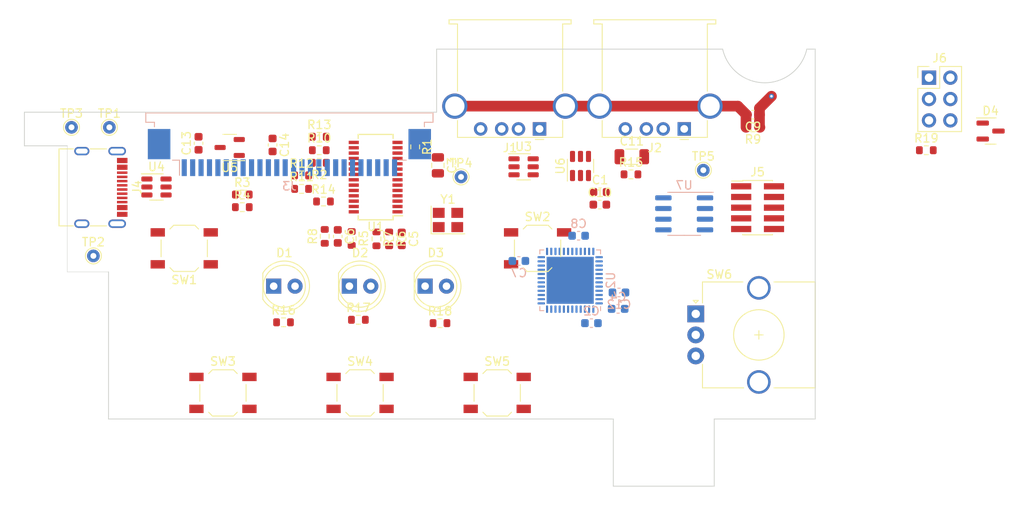
<source format=kicad_pcb>
(kicad_pcb (version 20221018) (generator pcbnew)
  (layers (0 "F.Cu" signal) (1 "In1.Cu" power) (2 "In2.Cu" power) (31 "B.Cu" signal) (34 "B.Paste" user) (35 "F.Paste" user) (36 "B.SilkS" user "B.Silkscreen") (37 "F.SilkS" user "F.Silkscreen") (38 "B.Mask" user) (39 "F.Mask" user) (44 "Edge.Cuts" user))
  (net 0 "")
  (net 1 "GND")
  (net 2 "+5V")
  (net 3 "+3V3")
  (net 4 "/usb/VD33")
  (net 5 "/keys_mcu/ENC_A")
  (net 6 "/keys_mcu/ENC_B")
  (net 7 "GNDPWR")
  (net 8 "VBUS")
  (net 9 "Net-(D1-A)")
  (net 10 "Net-(D2-A)")
  (net 11 "Net-(D3-A)")
  (net 12 "/usb/UDS1N")
  (net 13 "/usb/UDS1P")
  (net 14 "/usb/UDS2N")
  (net 15 "/usb/UDS2P")
  (net 16 "/keys_mcu/CM1")
  (net 17 "/keys_mcu/CM2")
  (net 18 "/keys_mcu/CM3")
  (net 19 "/keys_mcu/CM4")
  (net 20 "/keys_mcu/CM5")
  (net 21 "/keys_mcu/CM6")
  (net 22 "/keys_mcu/CM7")
  (net 23 "/keys_mcu/CM8")
  (net 24 "/keys_mcu/CM9")
  (net 25 "/keys_mcu/CM10")
  (net 26 "/keys_mcu/CM11")
  (net 27 "/keys_mcu/CM12")
  (net 28 "/keys_mcu/CM13")
  (net 29 "/keys_mcu/CM14")
  (net 30 "/keys_mcu/CM15")
  (net 31 "/keys_mcu/CM16")
  (net 32 "/keys_mcu/CM17")
  (net 33 "/keys_mcu/CM18")
  (net 34 "/keys_mcu/CM19")
  (net 35 "/keys_mcu/CM20")
  (net 36 "/keys_mcu/CM21")
  (net 37 "/keys_mcu/CM22")
  (net 38 "/keys_mcu/CM23")
  (net 39 "/keys_mcu/CM24")
  (net 40 "/keys_mcu/CM25")
  (net 41 "/keys_mcu/CM26")
  (net 42 "Net-(J4-CC1)")
  (net 43 "/usb/UUPP")
  (net 44 "/usb/UUPN")
  (net 46 "Net-(J4-CC2)")
  (net 48 "/keys_mcu/SWD_IO")
  (net 49 "/keys_mcu/SWD_CLK")
  (net 50 "/keys_mcu/SWO")
  (net 54 "/keys_mcu/NRST")
  (net 55 "Net-(U1-REXT)")
  (net 56 "/usb/BUSJ")
  (net 57 "Net-(R5-Pad2)")
  (net 58 "Net-(R6-Pad2)")
  (net 59 "Net-(U1-DRV)")
  (net 60 "Net-(U1-~{XRSTJ})")
  (net 61 "/usb/PWR_OC")
  (net 62 "/usb/ILIM")
  (net 63 "/keys_mcu/NUM_LOCK")
  (net 64 "/keys_mcu/CAPS_LOCK")
  (net 65 "/keys_mcu/SCROLL_LOCK")
  (net 66 "/keys_mcu/SW1")
  (net 67 "/usb/PWR_EN")
  (net 68 "Net-(U1-XOUT)")
  (net 69 "Net-(U1-XIN)")
  (net 72 "UMCU_N")
  (net 73 "UMCU_P")
  (net 79 "/keys_mcu/SW3")
  (net 80 "/keys_mcu/SW4")
  (net 81 "/keys_mcu/SW5")
  (net 82 "/keys_mcu/SW2")
  (net 87 "Net-(J6-Pin_1)")
  (net 88 "/keys_mcu/CANL")
  (net 89 "/keys_mcu/CANH")
  (net 90 "/keys_mcu/Any_thing")
  (net 91 "Net-(U7-Rs)")
  (footprint "Resistor_SMD:R_0603_1608Metric" (layer "F.Cu") (at 124.2 113.8)
    (fp_text reference "R16" (at 0 -1.43) (layer "F.SilkS"))
    (fp_text value "220")
    (pad "1" smd roundrect (at -0.825 0) (size 0.8 0.95) (layers "F.Cu" "F.Paste" "F.Mask") (net 63 "/keys_mcu/NUM_LOCK"))
    (pad "2" smd roundrect (at 0.825 0) (size 0.8 0.95) (layers "F.Cu" "F.Paste" "F.Mask") (net 9 "Net-(D1-A)"))
  )
  (footprint "Connector_PinHeader_2.54mm:PinHeader_2x03_P2.54mm_Vertical" (layer "F.Cu") (at 200.925 84.695)
    (fp_text reference "J6" (at 1.27 -2.33) (layer "F.SilkS"))
    (fp_text value "Conn_02x03_Odd_Even")
    (pad "1" thru_hole rect (at 0 0) (size 1.7 1.7) (drill 1) (layers "*.Cu" "*.Mask") (net 87 "Net-(J6-Pin_1)"))
    (pad "2" thru_hole oval (at 2.54 0) (size 1.7 1.7) (drill 1) (layers "*.Cu" "*.Mask") (net 89 "/keys_mcu/CANH"))
    (pad "3" thru_hole oval (at 0 2.54) (size 1.7 1.7) (drill 1) (layers "*.Cu" "*.Mask") (net 88 "/keys_mcu/CANL"))
    (pad "4" thru_hole oval (at 2.54 2.54) (size 1.7 1.7) (drill 1) (layers "*.Cu" "*.Mask") (net 88 "/keys_mcu/CANL"))
    (pad "5" thru_hole oval (at 0 5.08) (size 1.7 1.7) (drill 1) (layers "*.Cu" "*.Mask") (net 1 "GND"))
    (pad "6" thru_hole oval (at 2.54 5.08) (size 1.7 1.7) (drill 1) (layers "*.Cu" "*.Mask") (net 1 "GND"))
  )
  (footprint "Capacitor_SMD:C_0603_1608Metric" (layer "F.Cu") (at 122.9 92.7 -90)
    (fp_text reference "C14" (at 0 -1.43 90) (layer "F.SilkS"))
    (fp_text value "1uF")
    (pad "1" smd roundrect (at -0.775 0 270) (size 0.9 0.95) (layers "F.Cu" "F.Paste" "F.Mask") (net 3 "+3V3"))
    (pad "2" smd roundrect (at 0.775 0 270) (size 0.9 0.95) (layers "F.Cu" "F.Paste" "F.Mask") (net 1 "GND"))
  )
  (footprint "Button_Switch_SMD:SW_SPST_TL3342" (layer "F.Cu") (at 112.4 105 180)
    (fp_text reference "SW1" (at 0 -3.75) (layer "F.SilkS"))
    (fp_text value "PWR")
    (pad "1" smd rect locked (at -3.15 -1.9 180) (size 1.7 1) (layers "F.Cu" "F.Paste" "F.Mask") (net 66 "/keys_mcu/SW1"))
    (pad "1" smd rect locked (at 3.15 -1.9 180) (size 1.7 1) (layers "F.Cu" "F.Paste" "F.Mask") (net 66 "/keys_mcu/SW1"))
    (pad "2" smd rect locked (at -3.15 1.9 180) (size 1.7 1) (layers "F.Cu" "F.Paste" "F.Mask") (net 3 "+3V3"))
    (pad "2" smd rect locked (at 3.15 1.9 180) (size 1.7 1) (layers "F.Cu" "F.Paste" "F.Mask") (net 3 "+3V3"))
  )
  (footprint "Capacitor_SMD:C_0805_2012Metric" (layer "F.Cu") (at 142.55 95.125 -90)
    (fp_text reference "C3" (at 0 -1.68 90) (layer "F.SilkS"))
    (fp_text value "10uF")
    (pad "1" smd roundrect (at -0.95 0 270) (size 1 1.45) (layers "F.Cu" "F.Paste" "F.Mask") (net 4 "/usb/VD33"))
    (pad "2" smd roundrect (at 0.95 0 270) (size 1 1.45) (layers "F.Cu" "F.Paste" "F.Mask") (net 1 "GND"))
  )
  (footprint "Resistor_SMD:R_0603_1608Metric" (layer "F.Cu") (at 136.75 103.875 -90)
    (fp_text reference "R6" (at 0 -1.43 90) (layer "F.SilkS"))
    (fp_text value "10k")
    (pad "1" smd roundrect (at -0.825 0 270) (size 0.8 0.95) (layers "F.Cu" "F.Paste" "F.Mask") (net 5 "/keys_mcu/ENC_A"))
    (pad "2" smd roundrect (at 0.825 0 270) (size 0.8 0.95) (layers "F.Cu" "F.Paste" "F.Mask") (net 58 "Net-(R6-Pad2)"))
  )
  (footprint "Resistor_SMD:R_0603_1608Metric" (layer "F.Cu") (at 129.1 103.575 90)
    (fp_text reference "R8" (at 0 -1.43 90) (layer "F.SilkS"))
    (fp_text value "10k")
    (pad "1" smd roundrect (at -0.825 0 90) (size 0.8 0.95) (layers "F.Cu" "F.Paste" "F.Mask") (net 57 "Net-(R5-Pad2)"))
    (pad "2" smd roundrect (at 0.825 0 90) (size 0.8 0.95) (layers "F.Cu" "F.Paste" "F.Mask") (net 6 "/keys_mcu/ENC_B"))
  )
  (footprint "Button_Switch_SMD:SW_SPST_TL3342" (layer "F.Cu") (at 149.6 122.2)
    (fp_text reference "SW5" (at 0 -3.75) (layer "F.SilkS"))
    (fp_text value "NEXT")
    (pad "1" smd rect locked (at -3.15 -1.9) (size 1.7 1) (layers "F.Cu" "F.Paste" "F.Mask") (net 81 "/keys_mcu/SW5"))
    (pad "1" smd rect locked (at 3.15 -1.9) (size 1.7 1) (layers "F.Cu" "F.Paste" "F.Mask") (net 81 "/keys_mcu/SW5"))
    (pad "2" smd rect locked (at -3.15 1.9) (size 1.7 1) (layers "F.Cu" "F.Paste" "F.Mask") (net 3 "+3V3"))
    (pad "2" smd rect locked (at 3.15 1.9) (size 1.7 1) (layers "F.Cu" "F.Paste" "F.Mask") (net 3 "+3V3"))
  )
  (footprint "Resistor_SMD:R_0603_1608Metric" (layer "F.Cu") (at 133.1 113.5)
    (fp_text reference "R17" (at 0 -1.43) (layer "F.SilkS"))
    (fp_text value "220")
    (pad "1" smd roundrect (at -0.825 0) (size 0.8 0.95) (layers "F.Cu" "F.Paste" "F.Mask") (net 64 "/keys_mcu/CAPS_LOCK"))
    (pad "2" smd roundrect (at 0.825 0) (size 0.8 0.95) (layers "F.Cu" "F.Paste" "F.Mask") (net 10 "Net-(D2-A)"))
  )
  (footprint "Connector_PinHeader_1.27mm:PinHeader_2x05_P1.27mm_Vertical_SMD" (layer "F.Cu") (at 180.55 100.16)
    (fp_text reference "J5" (at 0 -4.235) (layer "F.SilkS"))
    (fp_text value "Conn_ARM_JTAG_SWD_10")
    (pad "1" smd rect (at -1.95 -2.54) (size 2.4 0.74) (layers "F.Cu" "F.Paste" "F.Mask") (net 3 "+3V3"))
    (pad "2" smd rect (at 1.95 -2.54) (size 2.4 0.74) (layers "F.Cu" "F.Paste" "F.Mask") (net 48 "/keys_mcu/SWD_IO"))
    (pad "3" smd rect (at -1.95 -1.27) (size 2.4 0.74) (layers "F.Cu" "F.Paste" "F.Mask") (net 1 "GND"))
    (pad "4" smd rect (at 1.95 -1.27) (size 2.4 0.74) (layers "F.Cu" "F.Paste" "F.Mask") (net 49 "/keys_mcu/SWD_CLK"))
    (pad "5" smd rect (at -1.95 0) (size 2.4 0.74) (layers "F.Cu" "F.Paste" "F.Mask") (net 1 "GND"))
    (pad "6" smd rect (at 1.95 0) (size 2.4 0.74) (layers "F.Cu" "F.Paste" "F.Mask") (net 50 "/keys_mcu/SWO"))
    (pad "7" smd rect (at -1.95 1.27) (size 2.4 0.74) (layers "F.Cu" "F.Paste" "F.Mask"))
    (pad "8" smd rect (at 1.95 1.27) (size 2.4 0.74) (layers "F.Cu" "F.Paste" "F.Mask"))
    (pad "9" smd rect (at -1.95 2.54) (size 2.4 0.74) (layers "F.Cu" "F.Paste" "F.Mask"))
    (pad "10" smd rect (at 1.95 2.54) (size 2.4 0.74) (layers "F.Cu" "F.Paste" "F.Mask") (net 54 "/keys_mcu/NRST"))
  )
  (footprint "Crystal:Crystal_SMD_3225-4Pin_3.2x2.5mm" (layer "F.Cu") (at 143.75 101.625)
    (fp_text reference "Y1" (at 0 -2.45) (layer "F.SilkS"))
    (fp_text value "12MHz")
    (pad "1" smd rect (at -1.1 0.85) (size 1.4 1.2) (layers "F.Cu" "F.Paste" "F.Mask") (net 68 "Net-(U1-XOUT)"))
    (pad "2" smd rect (at 1.1 0.85) (size 1.4 1.2) (layers "F.Cu" "F.Paste" "F.Mask"))
    (pad "3" smd rect (at 1.1 -0.85) (size 1.4 1.2) (layers "F.Cu" "F.Paste" "F.Mask") (net 69 "Net-(U1-XIN)"))
    (pad "4" smd rect (at -1.1 -0.85) (size 1.4 1.2) (layers "F.Cu" "F.Paste" "F.Mask"))
  )
  (footprint "Button_Switch_SMD:SW_SPST_TL3342" (layer "F.Cu") (at 154.4 105)
    (fp_text reference "SW2" (at 0 -3.75) (layer "F.SilkS"))
    (fp_text value "MUTE")
    (pad "1" smd rect locked (at -3.15 -1.9) (size 1.7 1) (layers "F.Cu" "F.Paste" "F.Mask") (net 82 "/keys_mcu/SW2"))
    (pad "1" smd rect locked (at 3.15 -1.9) (size 1.7 1) (layers "F.Cu" "F.Paste" "F.Mask") (net 82 "/keys_mcu/SW2"))
    (pad "2" smd rect locked (at -3.15 1.9) (size 1.7 1) (layers "F.Cu" "F.Paste" "F.Mask") (net 3 "+3V3"))
    (pad "2" smd rect locked (at 3.15 1.9) (size 1.7 1) (layers "F.Cu" "F.Paste" "F.Mask") (net 3 "+3V3"))
  )
  (footprint "Resistor_SMD:R_0603_1608Metric" (layer "F.Cu") (at 135.25 103.875 -90)
    (fp_text reference "R7" (at 0 -1.43 90) (layer "F.SilkS"))
    (fp_text value "10k")
    (pad "1" smd roundrect (at -0.825 0 270) (size 0.8 0.95) (layers "F.Cu" "F.Paste" "F.Mask") (net 3 "+3V3"))
    (pad "2" smd roundrect (at 0.825 0 270) (size 0.8 0.95) (layers "F.Cu" "F.Paste" "F.Mask") (net 58 "Net-(R6-Pad2)"))
  )
  (footprint "TestPoint:TestPoint_THTPad_D1.5mm_Drill0.7mm" (layer "F.Cu") (at 101.6 105.9)
    (fp_text reference "TP2" (at 0 -1.648) (layer "F.SilkS"))
    (fp_text value "TestPoint")
    (pad "1" thru_hole circle (at 0 0) (size 1.5 1.5) (drill 0.7) (layers "*.Cu" "*.Mask") (net 3 "+3V3"))
  )
  (footprint "Resistor_SMD:R_0603_1608Metric" (layer "F.Cu") (at 128.45 94.825 180)
    (fp_text reference "R2" (at 0 -1.43) (layer "F.SilkS"))
    (fp_text value "10k")
    (pad "1" smd roundrect (at -0.825 0 180) (size 0.8 0.95) (layers "F.Cu" "F.Paste" "F.Mask") (net 56 "/usb/BUSJ"))
    (pad "2" smd roundrect (at 0.825 0 180) (size 0.8 0.95) (layers "F.Cu" "F.Paste" "F.Mask") (net 1 "GND"))
  )
  (footprint "Rotary_Encoder:RotaryEncoder_Alps_EC12E_Vertical_H20mm_CircularMountingHoles" (layer "F.Cu") (at 173.2 112.8)
    (fp_text reference "SW6" (at 2.8 -4.7) (layer "F.SilkS"))
    (fp_text value "Volume")
    (pad "A" thru_hole rect locked (at 0 0) (size 2 2) (drill 1) (layers "*.Cu" "*.Mask") (net 58 "Net-(R6-Pad2)"))
    (pad "B" thru_hole circle locked (at 0 5) (size 2 2) (drill 1) (layers "*.Cu" "*.Mask") (net 57 "Net-(R5-Pad2)"))
    (pad "C" thru_hole circle locked (at 0 2.5) (size 2 2) (drill 1) (layers "*.Cu" "*.Mask") (net 1 "GND"))
    (pad "MP" thru_hole circle locked (at 7.5 -3.1) (size 2.8 2.8) (drill 2.2) (layers "*.Cu" "*.Mask"))
    (pad "MP" thru_hole circle locked (at 7.5 8.1) (size 2.8 2.8) (drill 2.2) (layers "*.Cu" "*.Mask"))
  )
  (footprint "TestPoint:TestPoint_THTPad_D1.5mm_Drill0.7mm" (layer "F.Cu") (at 103.5 90.6)
    (fp_text reference "TP1" (at 0 -1.648) (layer "F.SilkS"))
    (fp_text value "TestPoint")
    (pad "1" thru_hole circle (at 0 0) (size 1.5 1.5) (drill 0.7) (layers "*.Cu" "*.Mask") (net 2 "+5V"))
  )
  (footprint "Capacitor_SMD:C_0603_1608Metric" (layer "F.Cu") (at 161.825 98.3)
    (fp_text reference "C1" (at 0 -1.43) (layer "F.SilkS"))
    (fp_text value "100nF")
    (pad "1" smd roundrect (at -0.775 0) (size 0.9 0.95) (layers "F.Cu" "F.Paste" "F.Mask") (net 1 "GND"))
    (pad "2" smd roundrect (at 0.775 0) (size 0.9 0.95) (layers "F.Cu" "F.Paste" "F.Mask") (net 2 "+5V"))
  )
  (footprint "Connector_USB:USB_C_Receptacle_G-Switch_GT-USB-7010ASV" (layer "F.Cu") (at 101.3 97.75 -90)
    (fp_text reference "J4" (at 0 -5.5 90) (layer "F.SilkS"))
    (fp_text value "USB_C_Receptacle_USB2.0")
    (pad "" np_thru_hole circle locked (at -2.89 -2.605 270) (size 0.65 0.65) (drill 0.65) (layers "*.Cu" "*.Mask"))
    (pad "" np_thru_hole circle locked (at 2.89 -2.605 270) (size 0.65 0.65) (drill 0.65) (layers "*.Cu" "*.Mask"))
    (pad "A1" smd rect locked (at -3.2 -3.725 270) (size 0.6 1.24) (layers "F.Cu" "F.Paste" "F.Mask") (net 1 "GND"))
    (pad "A4" smd rect locked (at -2.4 -3.725 270) (size 0.6 1.24) (layers "F.Cu" "F.Paste" "F.Mask") (net 2 "+5V"))
    (pad "A5" smd rect locked (at -1.25 -3.725 270) (size 0.3 1.24) (layers "F.Cu" "F.Paste" "F.Mask") (net 42 "Net-(J4-CC1)"))
    (pad "A6" smd rect locked (at -0.25 -3.725 270) (size 0.3 1.24) (layers "F.Cu" "F.Paste" "F.Mask") (net 43 "/usb/UUPP"))
    (pad "A7" smd rect locked (at 0.25 -3.725 270) (size 0.3 1.24) (layers "F.Cu" "F.Paste" "F.Mask") (net 44 "/usb/UUPN"))
    (pad "A8" smd rect locked (at 1.25 -3.725 270) (size 0.3 1.24) (layers "F.Cu" "F.Paste" "F.Mask"))
    (pad "A9" smd rect locked (at 2.4 -3.725 270) (size 0.6 1.24) (layers "F.Cu" "F.Paste" "F.Mask") (net 2 "+5V"))
    (pad "A12" smd rect locked (at 3.2 -3.725 270) (size 0.6 1.24) (layers "F.Cu" "F.Paste" "F.Mask") (net 1 "GND"))
    (pad "B1" smd rect locked (at 3.2 -3.725 270) (size 0.6 1.24) (layers "F.Cu" "F.Paste" "F.Mask") (net 1 "GND"))
    (pad "B4" smd rect locked (at 2.4 -3.725 270) (size 0.6 1.24) (layers "F.Cu" "F.Paste" "F.Mask") (net 2 "+5V"))
    (pad "B5" smd rect locked (at 1.75 -3.725 270) (size 0.3 1.24) (layers "F.Cu" "F.Paste" "F.Mask") (net 46 "Net-(J4-CC2)"))
    (pad "B6" smd rect locked (at 0.75 -3.725 270) (size 0.3 1.24) (layers "F.Cu" "F.Paste" "F.Mask") (net 43 "/usb/UUPP"))
    (pad "B7" smd rect locked (at -0.75 -3.725 270) (size 0.3 1.24) (layers "F.Cu" "F.Paste" "F.Mask") (net 44 "/usb/UUPN"))
    (pad "B8" smd rect locked (at -1.75 -3.725 270) (size 0.3 1.24) (layers "F.Cu" "F.Paste" "F.Mask"))
    (pad "B9" smd rect locked (at -2.4 -3.725 270) (size 0.6 1.24) (layers "F.Cu" "F.Paste" "F.Mask") (net 2 "+5V"))
    (pad "B12" smd rect locked (at -3.2 -3.725 270) (size 0.6 1.24) (layers "F.Cu" "F.Paste" "F.Mask") (net 1 "GND"))
    (pad "S1" thru_hole oval locked (at -4.32 -3.125 270) (size 1 2.1) (drill oval 0.6 1.7) (layers "*.Cu" "*.Mask") (net 1 "GND"))
    (pad "S1" thru_hole oval locked (at -4.32 1.075 270) (size 1 1.8) (drill oval 0.6 1.4) (layers "*.Cu" "*.Mask") (net 1 "GND"))
    (pad "S1" thru_hole oval locked (at 4.32 -3.125 270) (size 1 2.1) (drill oval 0.6 1.7) (layers "*.Cu" "*.Mask") (net 1 "GND"))
    (pad "S1" thru_hole oval locked (at 4.32 1.075 270) (size 1 1.8) (drill oval 0.6 1.4) (layers "*.Cu" "*.Mask") (net 1 "GND"))
  )
  (footprint "Resistor_SMD:R_0603_1608Metric" (layer "F.Cu") (at 126.35 96.325)
    (fp_text reference "R12" (at 0 -1.43) (layer "F.SilkS"))
    (fp_text value "10k")
    (pad "1" smd roundrect (at -0.825 0) (size 0.8 0.95) (layers "F.Cu" "F.Paste" "F.Mask") (net 2 "+5V"))
    (pad "2" smd roundrect (at 0.825 0) (size 0.8 0.95) (layers "F.Cu" "F.Paste" "F.Mask") (net 59 "Net-(U1-DRV)"))
  )
  (footprint "LED_THT:LED_D5.0mm" (layer "F.Cu") (at 123.03 109.5)
    (fp_text reference "D1" (at 1.27 -3.96) (layer "F.SilkS"))
    (fp_text value "NUM_LOCK")
    (pad "1" thru_hole rect locked (at 0 0) (size 1.8 1.8) (drill 0.9) (layers "*.Cu" "*.Mask") (net 1 "GND"))
    (pad "2" thru_hole circle locked (at 2.54 0) (size 1.8 1.8) (drill 0.9) (layers "*.Cu" "*.Mask") (net 9 "Net-(D1-A)"))
  )
  (footprint "Resistor_SMD:R_0603_1608Metric" (layer "F.Cu") (at 142.8 113.9)
    (fp_text reference "R18" (at 0 -1.43) (layer "F.SilkS"))
    (fp_text value "220")
    (pad "1" smd roundrect (at -0.825 0) (size 0.8 0.95) (layers "F.Cu" "F.Paste" "F.Mask") (net 65 "/keys_mcu/SCROLL_LOCK"))
    (pad "2" smd roundrect (at 0.825 0) (size 0.8 0.95) (layers "F.Cu" "F.Paste" "F.Mask") (net 11 "Net-(D3-A)"))
  )
  (footprint "Package_TO_SOT_SMD:SOT-23-6" (layer "F.Cu") (at 109.1 97.7)
    (fp_text reference "U4" (at 0 -2.4) (layer "F.SilkS"))
    (fp_text value "SRV05-4")
    (pad "1" smd roundrect (at -1.1375 -0.95) (size 1.325 0.6) (layers "F.Cu" "F.Paste" "F.Mask") (net 44 "/usb/UUPN"))
    (pad "2" smd roundrect (at -1.1375 0) (size 1.325 0.6) (layers "F.Cu" "F.Paste" "F.Mask") (net 1 "GND"))
    (pad "3" smd roundrect (at -1.1375 0.95) (size 1.325 0.6) (layers "F.Cu" "F.Paste" "F.Mask") (net 43 "/usb/UUPP"))
    (pad "4" smd roundrect (at 1.1375 0.95) (size 1.325 0.6) (layers "F.Cu" "F.Paste" "F.Mask"))
    (pad "5" smd roundrect (at 1.1375 0) (size 1.325 0.6) (layers "F.Cu" "F.Paste" "F.Mask") (net 2 "+5V"))
    (pad "6" smd roundrect (at 1.1375 -0.95) (size 1.325 0.6) (layers "F.Cu" "F.Paste" "F.Mask"))
  )
  (footprint "Package_TO_SOT_SMD:SOT-23" (layer "F.Cu") (at 208.245 91.045)
    (fp_text reference "D4" (at 0 -2.4) (layer "F.SilkS"))
    (fp_text value "NUP2105L")
    (pad "1" smd roundrect (at -0.9375 -0.95) (size 1.475 0.6) (layers "F.Cu" "F.Paste" "F.Mask") (net 87 "Net-(J6-Pin_1)"))
    (pad "2" smd roundrect (at -0.9375 0.95) (size 1.475 0.6) (layers "F.Cu" "F.Paste" "F.Mask") (net 88 "/keys_mcu/CANL"))
    (pad "3" smd roundrect (at 0.9375 0) (size 1.475 0.6) (layers "F.Cu" "F.Paste" "F.Mask") (net 1 "GND"))
  )
  (footprint "TestPoint:TestPoint_THTPad_D1.5mm_Drill0.7mm" (layer "F.Cu") (at 145.3 96.5)
    (fp_text reference "TP4" (at 0 -1.648) (layer "F.SilkS"))
    (fp_text value "TestPoint")
    (pad "1" thru_hole circle (at 0 0) (size 1.5 1.5) (drill 0.7) (layers "*.Cu" "*.Mask") (net 4 "/usb/VD33"))
  )
  (footprint "Resistor_SMD:R_0603_1608Metric" (layer "F.Cu") (at 128.95 99.425)
    (fp_text reference "R14" (at 0 -1.43) (layer "F.SilkS"))
    (fp_text value "10k")
    (pad "1" smd roundrect (at -0.825 0) (size 0.8 0.95) (layers "F.Cu" "F.Paste" "F.Mask") (net 3 "+3V3"))
    (pad "2" smd roundrect (at 0.825 0) (size 0.8 0.95) (layers "F.Cu" "F.Paste" "F.Mask") (net 61 "/usb/PWR_OC"))
  )
  (footprint "Connector_USB:USB_A_Stewart_SS-52100-001_Horizontal" (layer "F.Cu") (at 171.83 90.79 180)
    (fp_text reference "J2" (at 3.5 -2.26) (layer "F.SilkS"))
    (fp_text value "USB_A")
    (pad "1" thru_hole rect locked (at 0 0 180) (size 1.6 1.6) (drill 0.92) (layers "*.Cu" "*.Mask") (net 8 "VBUS"))
    (pad "2" thru_hole circle locked (at 2.5 0 180) (size 1.6 1.6) (drill 0.92) (layers "*.Cu" "*.Mask") (net 14 "/usb/UDS2N"))
    (pad "3" thru_hole circle locked (at 4.5 0 180) (size 1.6 1.6) (drill 0.92) (layers "*.Cu" "*.Mask") (net 15 "/usb/UDS2P"))
    (pad "4" thru_hole circle locked (at 7 0 180) (size 1.6 1.6) (drill 0.92) (layers "*.Cu" "*.Mask") (net 1 "GND"))
    (pad "5" thru_hole circle locked (at -3.07 2.71 180) (size 3 3) (drill 2.3) (layers "*.Cu" "*.Mask") (net 7 "GNDPWR"))
    (pad "5" thru_hole circle locked (at 10.07 2.71 180) (size 3 3) (drill 2.3) (layers "*.Cu" "*.Mask") (net 7 "GNDPWR"))
  )
  (footprint "Resistor_SMD:R_0603_1608Metric" (layer "F.Cu") (at 126.35 97.925)
    (fp_text reference "R11" (at 0 -1.43) (layer "F.SilkS"))
    (fp_text value "10k")
    (pad "1" smd roundrect (at -0.825 0) (size 0.8 0.95) (layers "F.Cu" "F.Paste" "F.Mask") (net 1 "GND"))
    (pad "2" smd roundrect (at 0.825 0) (size 0.8 0.95) (layers "F.Cu" "F.Paste" "F.Mask") (net 59 "Net-(U1-DRV)"))
  )
  (footprint "LED_THT:LED_D5.0mm" (layer "F.Cu") (at 141.03 109.5)
    (fp_text reference "D3" (at 1.27 -3.96) (layer "F.SilkS"))
    (fp_text value "SCROLL_LOCK")
    (pad "1" thru_hole rect locked (at 0 0) (size 1.8 1.8) (drill 0.9) (layers "*.Cu" "*.Mask") (net 1 "GND"))
    (pad "2" thru_hole circle locked (at 2.54 0) (size 1.8 1.8) (drill 0.9) (layers "*.Cu" "*.Mask") (net 11 "Net-(D3-A)"))
  )
  (footprint "Button_Switch_SMD:SW_SPST_TL3342" (layer "F.Cu") (at 117 122.2)
    (fp_text reference "SW3" (at 0 -3.75) (layer "F.SilkS"))
    (fp_text value "PREV")
    (pad "1" smd rect locked (at -3.15 -1.9) (size 1.7 1) (layers "F.Cu" "F.Paste" "F.Mask") (net 79 "/keys_mcu/SW3"))
    (pad "1" smd rect locked (at 3.15 -1.9) (size 1.7 1) (layers "F.Cu" "F.Paste" "F.Mask") (net 79 "/keys_mcu/SW3"))
    (pad "2" smd rect locked (at -3.15 1.9) (size 1.7 1) (layers "F.Cu" "F.Paste" "F.Mask") (net 3 "+3V3"))
    (pad "2" smd rect locked (at 3.15 1.9) (size 1.7 1) (layers "F.Cu" "F.Paste" "F.Mask") (net 3 "+3V3"))
  )
  (footprint "Resistor_SMD:R_0603_1608Metric" (layer "F.Cu") (at 200.605 93.325)
    (fp_text reference "R19" (at 0 -1.43) (layer "F.SilkS"))
    (fp_text value "10k")
    (pad "1" smd roundrect (at -0.825 0) (size 0.8 0.95) (layers "F.Cu" "F.Paste" "F.Mask") (net 90 "/keys_mcu/Any_thing"))
    (pad "2" smd roundrect (at 0.825 0) (size 0.8 0.95) (layers "F.Cu" "F.Paste" "F.Mask") (net 91 "Net-(U7-Rs)"))
  )
  (footprint "TestPoint:TestPoint_THTPad_D1.5mm_Drill0.7mm" (layer "F.Cu") (at 174.1 95.7)
    (fp_text reference "TP5" (at 0 -1.648) (layer "F.SilkS"))
    (fp_text value "TestPoint")
    (pad "1" thru_hole circle (at 0 0) (size 1.5 1.5) (drill 0.7) (layers "*.Cu" "*.Mask") (net 67 "/usb/PWR_EN"))
  )
  (footprint "Capacitor_SMD:C_0603_1608Metric" (layer "F.Cu") (at 138.25 103.875 -90)
    (fp_text reference "C5" (at 0 -1.43 90) (layer "F.SilkS"))
    (fp_text value "10nF")
    (pad "1" smd roundrect (at -0.775 0 270) (size 0.9 0.95) (layers "F.Cu" "F.Paste" "F.Mask") (net 5 "/keys_mcu/ENC_A"))
    (pad "2" smd roundrect (at 0.775 0 270) (size 0.9 0.95) (layers "F.Cu" "F.Paste" "F.Mask") (net 1 "GND"))
  )
  (footprint "Package_TO_SOT_SMD:SOT-23-6" (layer "F.Cu") (at 152.7375 95.3)
    (fp_text reference "U3" (at 0 -2.4) (layer "F.SilkS"))
    (fp_text value "SRV05-4")
    (pad "1" smd roundrect (at -1.1375 -0.95) (size 1.325 0.6) (layers "F.Cu" "F.Paste" "F.Mask") (net 13 "/usb/UDS1P"))
    (pad "2" smd roundrect (at -1.1375 0) (size 1.325 0.6) (layers "F.Cu" "F.Paste" "F.Mask") (net 1 "GND"))
    (pad "3" smd roundrect (at -1.1375 0.95) (size 1.325 0.6) (layers "F.Cu" "F.Paste" "F.Mask") (net 12 "/usb/UDS1N"))
    (pad "4" smd roundrect (at 1.1375 0.95) (size 1.325 0.6) (layers "F.Cu" "F.Paste" "F.Mask") (net 15 "/usb/UDS2P"))
    (pad "5" smd roundrect (at 1.1375 0) (size 1.325 0.6) (layers "F.Cu" "F.Paste" "F.Mask") (net 8 "VBUS"))
    (pad "6" smd roundrect (at 1.1375 -0.95) (size 1.325 0.6) (layers "F.Cu" "F.Paste" "F.Mask") (net 14 "/usb/UDS2N"))
  )
  (footprint "Resistor_SMD:R_0603_1608Metric" (layer "F.Cu") (at 180 90.6 180)
    (fp_text reference "R9" (at 0 -1.43) (layer "F.SilkS"))
    (fp_text value "330")
    (pad "1" smd roundrect (at -0.825 0 180) (size 0.8 0.95) (layers "F.Cu" "F.Paste" "F.Mask") (net 1 "GND"))
    (pad "2" smd roundrect (at 0.825 0 180) (size 0.8 0.95) (layers "F.Cu" "F.Paste" "F.Mask") (net 7 "GNDPWR"))
  )
  (footprint "Capacitor_SMD:C_0603_1608Metric" (layer "F.Cu") (at 180 89.1 180)
    (fp_text reference "C9" (at 0 -1.43) (layer "F.SilkS"))
    (fp_text value "100nF")
    (pad "1" smd roundrect (at -0.775 0 180) (size 0.9 0.95) (layers "F.Cu" "F.Paste" "F.Mask") (net 1 "GND"))
    (pad "2" smd roundrect (at 0.775 0 180) (size 0.9 0.95) (layers "F.Cu" "F.Paste" "F.Mask") (net 7 "GNDPWR"))
  )
  (footprint "Connector_USB:USB_A_Stewart_SS-52100-001_Horizontal" (layer "F.Cu") (at 154.63 90.79 180)
    (fp_text reference "J1" (at 3.5 -2.26) (layer "F.SilkS"))
    (fp_text value "USB_A")
    (pad "1" thru_hole rect locked (at 0 0 180) (size 1.6 1.6) (drill 0.92) (layers "*.Cu" "*.Mask") (net 8 "VBUS"))
    (pad "2" thru_hole circle locked (at 2.5 0 180) (size 1.6 1.6) (drill 0.92) (layers "*.Cu" "*.Mask") (net 12 "/usb/UDS1N"))
    (pad "3" thru_hole circle locked (at 4.5 0 180) (size 1.6 1.6) (drill 0.92) (layers "*.Cu" "*.Mask") (net 13 "/usb/UDS1P"))
    (pad "4" thru_hole circle locked (at 7 0 180) (size 1.6 1.6) (drill 0.92) (layers "*.Cu" "*.Mask") (net 1 "GND"))
    (pad "5" thru_hole circle locked (at -3.07 2.71 180) (size 3 3) (drill 2.3) (layers "*.Cu" "*.Mask") (net 7 "GNDPWR"))
    (pad "5" thru_hole circle locked (at 10.07 2.71 180) (size 3 3) (drill 2.3) (layers "*.Cu" "*.Mask") (net 7 "GNDPWR"))
  )
  (footprint "Resistor_SMD:R_0603_1608Metric" (layer "F.Cu") (at 132.3 103.825 -90)
    (fp_text reference "R5" (at 0 -1.43 90) (layer "F.SilkS"))
    (fp_text value "10k")
    (pad "1" smd roundrect (at -0.825 0 270) (size 0.8 0.95) (layers "F.Cu" "F.Paste" "F.Mask") (net 3 "+3V3"))
    (pad "2" smd roundrect (at 0.825 0 270) (size 0.8 0.95) (layers "F.Cu" "F.Paste" "F.Mask") (net 57 "Net-(R5-Pad2)"))
  )
  (footprint "Capacitor_SMD:C_0603_1608Metric" (layer "F.Cu") (at 130.65 103.575 -90)
    (fp_text reference "C6" (at 0 -1.43 90) (layer "F.SilkS"))
    (fp_text value "10nF")
    (pad "1" smd roundrect (at -0.775 0 270) (size 0.9 0.95) (layers "F.Cu" "F.Paste" "F.Mask") (net 6 "/keys_mcu/ENC_B"))
    (pad "2" smd roundrect (at 0.775 0 270) (size 0.9 0.95) (layers "F.Cu" "F.Paste" "F.Mask") (net 1 "GND"))
  )
  (footprint "Package_TO_SOT_SMD:SOT-23-6" (layer "F.Cu") (at 159.5 95.2 90)
    (fp_text reference "U6" (at 0 -2.4 90) (layer "F.SilkS"))
    (fp_text value "AP2552W6")
    (pad "1" smd roundrect (at -1.1375 -0.95 90) (size 1.325 0.6) (layers "F.Cu" "F.Paste" "F.Mask") (net 2 "+5V"))
    (pad "2" smd roundrect (at -1.1375 0 90) (size 1.325 0.6) (layers "F.Cu" "F.Paste" "F.Mask") (net 1 "GND"))
    (pad "3" smd roundrect (at -1.1375 0.95 90) (size 1.325 0.6) (layers "F.Cu" "F.Paste" "F.Mask") (net 67 "/usb/PWR_EN"))
    (pad "4" smd roundrect (at 1.1375 0.95 90) (size 1.325 0.6) (layers "F.Cu" "F.Paste" "F.Mask") (net 61 "/usb/PWR_OC"))
    (pad "5" smd roundrect (at 1.1375 0 90) (size 1.325 0.6) (layers "F.Cu" "F.Paste" "F.Mask") (net 62 "/usb/ILIM"))
    (pad "6" smd roundrect (at 1.1375 -0.95 90) (size 1.325 0.6) (layers "F.Cu" "F.Paste" "F.Mask") (net 8 "VBUS"))
  )
  (footprint "Package_SO:SSOP-28_3.9x9.9mm_P0.635mm" (layer "F.Cu") (at 135.15 96.525 180)
    (fp_text reference "U1" (at 0 -5.9) (layer "F.SilkS"))
    (fp_text value "FE1.1s")
    (pad "1" smd rect (at -2.6 -4.1275 180) (size 1.2 0.4) (layers "F.Cu" "F.Paste" "F.Mask") (net 1 "GND"))
    (pad "2" smd rect (at -2.6 -3.4925 180) (size 1.2 0.4) (layers "F.Cu" "F.Paste" "F.Mask") (net 68 "Net-(U1-XOUT)"))
    (pad "3" smd rect (at -2.6 -2.8575 180) (size 1.2 0.4) (layers "F.Cu" "F.Paste" "F.Mask") (net 69 "Net-(U1-XIN)"))
    (pad "4" smd rect (at -2.6 -2.2225 180) (size 1.2 0.4) (layers "F.Cu" "F.Paste" "F.Mask"))
    (pad "5" smd rect (at -2.6 -1.5875 180) (size 1.2 0.4) (layers "F.Cu" "F.Paste" "F.Mask"))
    (pad "6" smd rect (at -2.6 -0.9525 180) (size 1.2 0.4) (layers "F.Cu" "F.Paste" "F.Mask") (net 14 "/usb/UDS2N"))
    (pad "7" smd rect (at -2.6 -0.3175 180) (size 1.2 0.4) (layers "F.Cu" "F.Paste" "F.Mask") (net 15 "/usb/UDS2P"))
    (pad "8" smd rect (at -2.6 0.3175 180) (size 1.2 0.4) (layers "F.Cu" "F.Paste" "F.Mask") (net 12 "/usb/UDS1N"))
    (pad "9" smd rect (at -2.6 0.9525 180) (size 1.2 0.4) (layers "F.Cu" "F.Paste" "F.Mask") (net 13 "/usb/UDS1P"))
    (pad "10" smd rect (at -2.6 1.5875 180) (size 1.2 0.4) (layers "F.Cu" "F.Paste" "F.Mask") (net 72 "UMCU_N"))
    (pad "11" smd rect (at -2.6 2.2225 180) (size 1.2 0.4) (layers "F.Cu" "F.Paste" "F.Mask") (net 73 "UMCU_P"))
    (pad "12" smd rect (at -2.6 2.8575 180) (size 1.2 0.4) (layers "F.Cu" "F.Paste" "F.Mask"))
    (pad "13" smd rect (at -2.6 3.4925 180) (size 1.2 0.4) (layers "F.Cu" "F.Paste" "F.Mask") (net 4 "/usb/VD33"))
    (pad "14" smd rect (at -2.6 4.1275 180) (size 1.2 0.4) (layers "F.Cu" "F.Paste" "F.Mask") (net 55 "Net-(U1-REXT)"))
    (pad "15" smd rect (at 2.6 4.1275 180) (size 1.2 0.4) (layers "F.Cu" "F.Paste" "F.Mask") (net 44 "/usb/UUPN"))
    (pad "16" smd rect (at 2.6 3.4925 180) (size 1.2 0.4) (layers "F.Cu" "F.Paste" "F.Mask") (net 43 "/usb/UUPP"))
    (pad "17" smd rect (at 2.6 2.8575 180) (size 1.2 0.4) (layers "F.Cu" "F.Paste" "F.Mask") (net 60 "Net-(U1-~{XRSTJ})"))
    (pad "18" smd rect (at 2.6 2.2225 180) (size 1.2 0.4) (layers "F.Cu" "F.Paste" "F.Mask") (net 2 "+5V"))
    (pad "19" smd rect (at 2.6 1.5875 180) (size 1.2 0.4) (layers "F.Cu" "F.Paste" "F.Mask") (net 56 "/usb/BUSJ"))
    (pad "20" smd rect (at 2.6 0.9525 180) (size 1.2 0.4) (layers "F.Cu" "F.Paste" "F.Mask") (net 2 "+5V"))
    (pad "21" smd rect (at 2.6 0.3175 180) (size 1.2 0.4) (layers "F.Cu" "F.Paste" "F.Mask") (net 4 "/usb/VD33"))
    (pad "22" smd rect (at 2.6 -0.3175 180) (size 1.2 0.4) (layers "F.Cu" "F.Paste" "F.Mask") (net 59 "Net-(U1-DRV)"))
    (pad "23" smd rect (at 2.6 -0.9525 180) (size 1.2 0.4) (layers "F.Cu" "F.Paste" "F.Mask"))
    (pad "24" smd rect (at 2.6 -1.5875 180) (size 1.2 0.4) (layers "F.Cu" "F.Paste" "F.Mask"))
    (pad "25" smd rect (at 2.6 -2.2225 180) (size 1.2 0.4) (layers "F.Cu" "F.Paste" "F.Mask") (net 67 "/usb/PWR_EN"))
    (pad "26" smd rect (at 2.6 -2.8575 180) (size 1.2 0.4) (layers "F.Cu" "F.Paste" "F.Mask") (net 61 "/usb/PWR_OC"))
    (pad "27" smd rect (at 2.6 -3.4925 180) (size 1.2 0.4) (layers "F.Cu" "F.Paste" "F.Mask"))
    (pad "28" smd rect (at 2.6 -4.1275 180) (size 1.2 0.4) (layers "F.Cu" "F.Paste" "F.Mask"))
  )
  (footprint "Button_Switch_SMD:SW_SPST_TL3342" (layer "F.Cu") (at 133.3 122.2)
    (fp_text reference "SW4" (at 0 -3.75) (layer "F.SilkS"))
    (fp_text value "PLAY_PAUSE")
    (pad "1" smd rect locked (at -3.15 -1.9) (size 1.7 1) (layers "F.Cu" "F.Paste" "F.Mask") (net 80 "/keys_mcu/SW4"))
    (pad "1" smd rect locked (at 3.15 -1.9) (size 1.7 1) (layers "F.Cu" "F.Paste" "F.Mask") (net 80 "/keys_mcu/SW4"))
    (pad "2" smd rect locked (at -3.15 1.9) (size 1.7 1) (layers "F.Cu" "F.Paste" "F.Mask") (net 3 "+3V3"))
    (pad "2" smd rect locked (at 3.15 1.9) (size 1.7 1) (layers "F.Cu" "F.Paste" "F.Mask") (net 3 "+3V3"))
  )
  (footprint "TestPoint:TestPoint_THTPad_D1.5mm_Drill0.7mm" (layer "F.Cu") (at 99 90.6)
    (fp_text reference "TP3" (at 0 -1.648) (layer "F.SilkS"))
    (fp_text value "TestPoint")
    (pad "1" thru_hole circle (at 0 0) (size 1.5 1.5) (drill 0.7) (layers "*.Cu" "*.Mask") (net 1 "GND"))
  )
  (footprint "Capacitor_SMD:C_1206_3216Metric" (layer "F.Cu") (at 165.6 94.1)
    (fp_text reference "C11" (at 0 -1.85) (layer "F.SilkS"))
    (fp_text value "100uF")
    (pad "1" smd roundrect (at -1.475 0) (size 1.15 1.8) (layers "F.Cu" "F.Paste" "F.Mask") (roundrect_rratio 0.217391) (net 8 "VBUS"))
    (pad "2" smd roundrect (at 1.475 0) (size 1.15 1.8) (layers "F.Cu" "F.Paste" "F.Mask") (roundrect_rratio 0.217391) (net 1 "GND"))
  )
  (footprint "Resistor_SMD:R_0603_1608Metric" (layer "F.Cu") (at 119.3 100.1)
    (fp_text reference "R4" (at 0 -1.43) (layer "F.SilkS"))
    (fp_text value "5k1")
    (pad "1" smd roundrect (at -0.825 0) (size 0.8 0.95) (layers "F.Cu" "F.Paste" "F.Mask") (net 46 "Net-(J4-CC2)"))
    (pad "2" smd roundrect (at 0.825 0) (size 0.8 0.95) (layers "F.Cu" "F.Paste" "F.Mask") (net 1 "GND"))
  )
  (footprint "Package_TO_SOT_SMD:SOT-23-3" (layer "F.Cu") (at 117.8 93 180)
    (fp_text reference "U5" (at 0 -2.4) (layer "F.SilkS"))
    (fp_text value "XC6206PxxxMR")
    (pad "1" smd roundrect (at -1.1375 -0.95 180) (size 1.325 0.6) (layers "F.Cu" "F.Paste" "F.Mask") (net 1 "GND"))
    (pad "2" smd roundrect (at -1.1375 0.95 180) (size 1.325 0.6) (layers "F.Cu" "F.Paste" "F.Mask") (net 3 "+3V3"))
    (pad "3" smd roundrect (at 1.1375 0 180) (size 1.325 0.6) (layers "F.Cu" "F.Paste" "F.Mask") (net 2 "+5V"))
  )
  (footprint "Resistor_SMD:R_0603_1608Metric" (layer "F.Cu") (at 119.3 98.6)
    (fp_text reference "R3" (at 0 -1.43) (layer "F.SilkS"))
    (fp_text value "5k1")
    (pad "1" smd roundrect (at -0.825 0) (size 0.8 0.95) (layers "F.Cu" "F.Paste" "F.Mask") (net 42 "Net-(J4-CC1)"))
    (pad "2" smd roundrect (at 0.825 0) (size 0.8 0.95) (layers "F.Cu" "F.Paste" "F.Mask") (net 1 "GND"))
  )
  (footprint "Resistor_SMD:R_0603_1608Metric" (layer "F.Cu") (at 139.85 92.925 -90)
    (fp_text reference "R1" (at 0 -1.43 90) (layer "F.SilkS"))
    (fp_text value "2k7/1%")
    (pad "1" smd roundrect (at -0.825 0 270) (size 0.8 0.95) (layers "F.Cu" "F.Paste" "F.Mask") (net 55 "Net-(U1-REXT)"))
    (pad "2" smd roundrect (at 0.825 0 270) (size 0.8 0.95) (layers "F.Cu" "F.Paste" "F.Mask") (net 1 "GND"))
  )
  (footprint "Capacitor_SMD:C_0603_1608Metric" (layer "F.Cu") (at 114.1 92.5 90)
    (fp_text reference "C13" (at 0 -1.43 90) (layer "F.SilkS"))
    (fp_text value "1uF")
    (pad "1" smd roundrect (at -0.775 0 90) (size 0.9 0.95) (layers "F.Cu" "F.Paste" "F.Mask") (net 2 "+5V"))
    (pad "2" smd roundrect (at 0.775 0 90) (size 0.9 0.95) (layers "F.Cu" "F.Paste" "F.Mask") (net 1 "GND"))
  )
  (footprint "Resistor_SMD:R_0603_1608Metric" (layer "F.Cu") (at 128.45 91.725)
    (fp_text reference "R13" (at 0 -1.43) (layer "F.SilkS"))
    (fp_text value "10k")
    (pad "1" smd roundrect (at -0.825 0) (size 0.8 0.95) (layers "F.Cu" "F.Paste" "F.Mask") (net 3 "+3V3"))
    (pad "2" smd roundrect (at 0.825 0) (size 0.8 0.95) (layers "F.Cu" "F.Paste" "F.Mask") (net 60 "Net-(U1-~{XRSTJ})"))
  )
  (footprint "Resistor_SMD:R_0603_1608Metric" (layer "F.Cu") (at 128.45 93.325)
    (fp_text reference "R10" (at 0 -1.43) (layer "F.SilkS"))
    (fp_text value "0")
    (pad "1" smd roundrect (at -0.825 0) (size 0.8 0.95) (layers "F.Cu" "F.Paste" "F.Mask") (net 2 "+5V"))
    (pad "2" smd roundrect (at 0.825 0) (size 0.8 0.95) (layers "F.Cu" "F.Paste" "F.Mask") (net 56 "/usb/BUSJ"))
  )
  (footprint "Capacitor_SMD:C_0603_1608Metric" (layer "F.Cu") (at 161.8 99.8)
    (fp_text reference "C10" (at 0 -1.43) (layer "F.SilkS"))
    (fp_text value "1uF")
    (pad "1" smd roundrect (at -0.775 0) (size 0.9 0.95) (layers "F.Cu" "F.Paste" "F.Mask") (net 2 "+5V"))
    (pad "2" smd roundrect (at 0.775 0) (size 0.9 0.95) (layers "F.Cu" "F.Paste" "F.Mask") (net 1 "GND"))
  )
  (footprint "LED_THT:LED_D5.0mm" (layer "F.Cu") (at 132.03 109.5)
    (fp_text reference "D2" (at 1.27 -3.96) (layer "F.SilkS"))
    (fp_text value "CAPS_LOCK")
    (pad "1" thru_hole rect locked (at 0 0) (size 1.8 1.8) (drill 0.9) (layers "*.Cu" "*.Mask") (net 1 "GND"))
    (pad "2" thru_hole circle locked (at 2.54 0) (size 1.8 1.8) (drill 0.9) (layers "*.Cu" "*.Mask") (net 10 "Net-(D2-A)"))
  )
  (footprint "Resistor_SMD:R_0603_1608Metric" (layer "F.Cu") (at 165.5 96.2)
    (fp_text reference "R15" (at 0 -1.43) (layer "F.SilkS"))
    (fp_text value "10k")
    (pad "1" smd roundrect (at -0.825 0) (size 0.8 0.95) (layers "F.Cu" "F.Paste" "F.Mask") (net 62 "/usb/ILIM"))
    (pad "2" smd roundrect (at 0.825 0) (size 0.8 0.95) (layers "F.Cu" "F.Paste" "F.Mask") (net 1 "GND"))
  )
  (footprint "Capacitor_SMD:C_0603_1608Metric" (layer "B.Cu") (at 152.175 106.5)
    (fp_text reference "C7" (at 0 1.43) (layer "B.SilkS") (effects (justify mirror)))
    (fp_text value "100nF")
    (pad "1" smd roundrect (at -0.775 0) (size 0.9 0.95) (layers "B.Cu" "B.Paste" "B.Mask") (net 1 "GND"))
    (pad "2" smd roundrect (at 0.775 0) (size 0.9 0.95) (layers "B.Cu" "B.Paste" "B.Mask") (net 3 "+3V3"))
  )
  (footprint "Capacitor_SMD:C_0603_1608Metric" (layer "B.Cu") (at 159.275 103.5 180)
    (fp_text reference "C8" (at 0 1.43) (layer "B.SilkS") (effects (justify mirror)))
    (fp_text value "1uF")
    (pad "1" smd roundrect (at -0.775 0 180) (size 0.9 0.95) (layers "B.Cu" "B.Paste" "B.Mask") (net 3 "+3V3"))
    (pad "2" smd roundrect (at 0.775 0 180) (size 0.9 0.95) (layers "B.Cu" "B.Paste" "B.Mask") (net 1 "GND"))
  )
  (footprint "Capacitor_SMD:C_0603_1608Metric" (layer "B.Cu") (at 164.075 110.25)
    (fp_text reference "C12" (at 0 1.43) (layer "B.SilkS") (effects (justify mirror)))
    (fp_text value "1uF")
    (pad "1" smd roundrect (at -0.775 0) (size 0.9 0.95) (layers "B.Cu" "B.Paste" "B.Mask") (net 3 "+3V3"))
    (pad "2" smd roundrect (at 0.775 0) (size 0.9 0.95) (layers "B.Cu" "B.Paste" "B.Mask") (net 1 "GND"))
  )
  (footprint "Package_DFN_QFN:QFN-48-1EP_7x7mm_P0.5mm_EP5.6x5.6mm" (layer "B.Cu") (at 158.275 108.8 90)
    (fp_text reference "U2" (at 0 4.82 90) (layer "B.SilkS") (effects (justify mirror)))
    (fp_text value "STM32G431CBUx")
    (pad "1" smd roundrect (at -3.4375 2.75 90) (size 0.875 0.25) (layers "B.Cu" "B.Paste" "B.Mask") (net 3 "+3V3"))
    (pad "2" smd roundrect (at -3.4375 2.25 90) (size 0.875 0.25) (layers "B.Cu" "B.Paste" "B.Mask") (net 79 "/keys_mcu/SW3"))
    (pad "3" smd roundrect (at -3.4375 1.75 90) (size 0.875 0.25) (layers "B.Cu" "B.Paste" "B.Mask") (net 80 "/keys_mcu/SW4"))
    (pad "4" smd roundrect (at -3.4375 1.25 90) (size 0.875 0.25) (layers "B.Cu" "B.Paste" "B.Mask") (net 81 "/keys_mcu/SW5"))
    (pad "5" smd roundrect (at -3.4375 0.75 90) (size 0.875 0.25) (layers "B.Cu" "B.Paste" "B.Mask") (net 63 "/keys_mcu/NUM_LOCK"))
    (pad "6" smd roundrect (at -3.4375 0.25 90) (size 0.875 0.25) (layers "B.Cu" "B.Paste" "B.Mask") (net 24 "/keys_mcu/CM9"))
    (pad "7" smd roundrect (at -3.4375 -0.25 90) (size 0.875 0.25) (layers "B.Cu" "B.Paste" "B.Mask") (net 54 "/keys_mcu/NRST"))
    (pad "8" smd roundrect (at -3.4375 -0.75 90) (size 0.875 0.25) (layers "B.Cu" "B.Paste" "B.Mask") (net 5 "/keys_mcu/ENC_A"))
    (pad "9" smd roundrect (at -3.4375 -1.25 90) (size 0.875 0.25) (layers "B.Cu" "B.Paste" "B.Mask") (net 6 "/keys_mcu/ENC_B"))
    (pad "10" smd roundrect (at -3.4375 -1.75 90) (size 0.875 0.25) (layers "B.Cu" "B.Paste" "B.Mask") (net 32 "/keys_mcu/CM17"))
    (pad "11" smd roundrect (at -3.4375 -2.25 90) (size 0.875 0.25) (layers "B.Cu" "B.Paste" "B.Mask") (net 33 "/keys_mcu/CM18"))
    (pad "12" smd roundrect (at -3.4375 -2.75 90) (size 0.875 0.25) (layers "B.Cu" "B.Paste" "B.Mask") (net 34 "/keys_mcu/CM19"))
    (pad "13" smd roundrect (at -2.75 -3.4375 90) (size 0.25 0.875) (layers "B.Cu" "B.Paste" "B.Mask") (net 35 "/keys_mcu/CM20"))
    (pad "14" smd roundrect (at -2.25 -3.4375 90) (size 0.25 0.875) (layers "B.Cu" "B.Paste" "B.Mask") (net 36 "/keys_mcu/CM21"))
    (pad "15" smd roundrect (at -1.75 -3.4375 90) (size 0.25 0.875) (layers "B.Cu" "B.Paste" "B.Mask") (net 37 "/keys_mcu/CM22"))
    (pad "16" smd roundrect (at -1.25 -3.4375 90) (size 0.25 0.875) (layers "B.Cu" "B.Paste" "B.Mask") (net 82 "/keys_mcu/SW2"))
    (pad "17" smd roundrect (at -0.75 -3.4375 90) (size 0.25 0.875) (layers "B.Cu" "B.Paste" "B.Mask") (net 17 "/keys_mcu/CM2"))
    (pad "18" smd roundrect (at -0.25 -3.4375 90) (size 0.25 0.875) (layers "B.Cu" "B.Paste" "B.Mask") (net 18 "/keys_mcu/CM3"))
    (pad "19" smd roundrect (at 0.25 -3.4375 90) (size 0.25 0.875) (layers "B.Cu" "B.Paste" "B.Mask") (net 19 "/keys_mcu/CM4"))
    (pad "20" smd roundrect (at 0.75 -3.4375 90) (size 0.25 0.875) (layers "B.Cu" "B.Paste" "B.Mask") (net 3 "+3V3"))
    (pad "21" smd roundrect (at 1.25 -3.4375 90) (size 0.25 0.875) (layers "B.Cu" "B.Paste" "B.Mask") (net 3 "+3V3"))
    (pad "22" smd roundrect (at 1.75 -3.4375 90) (size 0.25 0.875) (layers "B.Cu" "B.Paste" "B.Mask") (net 26 "/keys_mcu/CM11"))
    (pad "23" smd roundrect (at 2.25 -3.4375 90) (size 0.25 0.875) (layers "B.Cu" "B.Paste" "B.Mask") (net 3 "+3V3"))
    (pad "24" smd roundrect (at 2.75 -3.4375 90) (size 0.25 0.875) (layers "B.Cu" "B.Paste" "B.Mask") (net 27 "/keys_mcu/CM12"))
    (pad "25" smd roundrect (at 3.4375 -2.75 90) (size 0.875 0.25) (layers "B.Cu" "B.Paste" "B.Mask") (net 28 "/keys_mcu/CM13"))
    (pad "26" smd roundrect (at 3.4375 -2.25 90) (size 0.875 0.25) (layers "B.Cu" "B.Paste" "B.Mask") (net 29 "/keys_mcu/CM14"))
    (pad "27" smd roundrect (at 3.4375 -1.75 90) (size 0.875 0.25) (layers "B.Cu" "B.Paste" "B.Mask") (net 30 "/keys_mcu/CM15"))
    (pad "28" smd roundrect (at 3.4375 -1.25 90) (size 0.875 0.25) (layers "B.Cu" "B.Paste" "B.Mask") (net 31 "/keys_mcu/CM16"))
    (pad "29" smd roundrect (at 3.4375 -0.75 90) (size 0.875 0.25) (layers "B.Cu" "B.Paste" "B.Mask") (net 64 "/keys_mcu/CAPS_LOCK"))
    (pad "30" smd roundrect (at 3.4375 -0.25 90) (size 0.875 0.25) (layers "B.Cu" "B.Paste" "B.Mask") (net 38 "/keys_mcu/CM23"))
    (pad "31" smd roundrect (at 3.4375 0.25 90) (size 0.875 0.25) (layers "B.Cu" "B.Paste" "B.Mask") (net 39 "/keys_mcu/CM24"))
    (pad "32" smd roundrect (at 3.4375 0.75 90) (size 0.875 0.25) (layers "B.Cu" "B.Paste" "B.Mask") (net 40 "/keys_mcu/CM25"))
    (pad "33" smd roundrect (at 3.4375 1.25 90) (size 0.875 0.25) (layers "B.Cu" "B.Paste" "B.Mask") (net 72 "UMCU_N"))
    (pad "34" smd roundrect (at 3.4375 1.75 90) (size 0.875 0.25) (layers "B.Cu" "B.Paste" "B.Mask") (net 73 "UMCU_P"))
    (pad "35" smd roundrect (at 3.4375 2.25 90) (size 0.875 0.25) (layers "B.Cu" "B.Paste" "B.Mask") (net 3 "+3V3"))
    (pad "36" smd roundrect (at 3.4375 2.75 90) (size 0.875 0.25) (layers "B.Cu" "B.Paste" "B.Mask") (net 48 "/keys_mcu/SWD_IO"))
    (pad "37" smd roundrect (at 2.75 3.4375 90) (size 0.25 0.875) (layers "B.Cu" "B.Paste" "B.Mask") (net 49 "/keys_mcu/SWD_CLK"))
    (pad "38" smd roundrect (at 2.25 3.4375 90) (size 0.25 0.875) (layers "B.Cu" "B.Paste" "B.Mask") (net 41 "/keys_mcu/CM26"))
    (pad "39" smd roundrect (at 1.75 3.4375 90) (size 0.25 0.875) (layers "B.Cu" "B.Paste" "B.Mask") (net 65 "/keys_mcu/SCROLL_LOCK"))
    (pad "40" smd roundrect (at 1.25 3.4375 90) (size 0.25 0.875) (layers "B.Cu" "B.Paste" "B.Mask") (net 16 "/keys_mcu/CM1"))
    (pad "41" smd roundrect (at 0.75 3.4375 90) (size 0.25 0.875) (layers "B.Cu" "B.Paste" "B.Mask") (net 50 "/keys_mcu/SWO"))
    (pad "42" smd roundrect (at 0.25 3.4375 90) (size 0.25 0.875) (layers "B.Cu" "B.Paste" "B.Mask") (net 20 "/keys_mcu/CM5"))
    (pad "43" smd roundrect (at -0.25 3.4375 90) (size 0.25 0.875) (layers "B.Cu" "B.Paste" "B.Mask") (net 21 "/keys_mcu/CM6"))
    (pad "44" smd roundrect (at -0.75 3.4375 90) (size 0.25 0.875) (layers "B.Cu" "B.Paste" "B.Mask") (net 22 "/keys_mcu/CM7"))
    (pad "45" smd roundrect (at -1.25 3.4375 90) (size 0.25 0.875) (layers "B.Cu" "B.Paste" "B.Mask") (net 23 "/keys_mcu/CM8"))
    (pad "46" smd roundrect (at -1.75 3.4375 90) (size 0.25 0.875) (layers "B.Cu" "B.Paste" "B.Mask") (net 66 "/keys_mcu/SW1"))
    (pad "47" smd roundrect (at -2.25 3.4375 90) (size 0.25 0.875) (layers "B.Cu" "B.Paste" "B.Mask") (net 25 "/keys_mcu/CM10"))
    (pad "48" smd roundrect (at -2.75 3.4375 90) (size 0.25 0.875) (layers "B.Cu" "B.Paste" "B.Mask") (net 3 "+3V3"))
    (pad "49" smd rect (at 0 0 90) (size 5.6 5.6) (layers "B.Cu" "B.Mask") (net 1 "GND"))
  )
  (footprint "Capacitor_SMD:C_0603_1608Metric" (layer "B.Cu") (at 160.8 113.9 180)
    (fp_text reference "C2" (at 0 1.43) (layer "B.SilkS") (effects (justify mirror)))
    (fp_text value "100nF")
    (pad "1" smd roundrect (at -0.775 0 180) (size 0.9 0.95) (layers "B.Cu" "B.Paste" "B.Mask") (net 1 "GND"))
    (pad "2" smd roundrect (at 0.775 0 180) (size 0.9 0.95) (layers "B.Cu" "B.Paste" "B.Mask") (net 3 "+3V3"))
  )
  (footprint "Capacitor_SMD:C_0603_1608Metric" (layer "B.Cu") (at 163.975 112.2 180)
    (fp_text reference "C4" (at 0 1.43) (layer "B.SilkS") (effects (justify mirror)))
    (fp_text value "100nF")
    (pad "1" smd roundrect (at -0.775 0 180) (size 0.9 0.95) (layers "B.Cu" "B.Paste" "B.Mask") (net 1 "GND"))
    (pad "2" smd roundrect (at 0.775 0 180) (size 0.9 0.95) (layers "B.Cu" "B.Paste" "B.Mask") (net 3 "+3V3"))
  )
  (footprint "Package_SO:SOIC-8_3.9x4.9mm_P1.27mm" (layer "B.Cu") (at 171.825 100.895 180)
    (fp_text reference "U7" (at 0 3.4) (layer "B.SilkS") (effects (justify mirror)))
    (fp_text value "SN65HVD230")
    (pad "1" smd roundrect (at -2.475 1.905 180) (size 1.95 0.6) (layers "B.Cu" "B.Paste" "B.Mask") (net 26 "/keys_mcu/CM11"))
    (pad "2" smd roundrect (at -2.475 0.635 180) (size 1.95 0.6) (layers "B.Cu" "B.Paste" "B.Mask") (net 1 "GND"))
    (pad "3" smd roundrect (at -2.475 -0.635 180) (size 1.95 0.6) (layers "B.Cu" "B.Paste" "B.Mask") (net 3 "+3V3"))
    (pad "4" smd roundrect (at -2.475 -1.905 180) (size 1.95 0.6) (layers "B.Cu" "B.Paste" "B.Mask") (net 25 "/keys_mcu/CM10"))
    (pad "5" smd roundrect (at 2.475 -1.905 180) (size 1.95 0.6) (layers "B.Cu" "B.Paste" "B.Mask"))
    (pad "6" smd roundrect (at 2.475 -0.635 180) (size 1.95 0.6) (layers "B.Cu" "B.Paste" "B.Mask") (net 88 "/keys_mcu/CANL"))
    (pad "7" smd roundrect (at 2.475 0.635 180) (size 1.95 0.6) (layers "B.Cu" "B.Paste" "B.Mask") (net 87 "Net-(J6-Pin_1)"))
    (pad "8" smd roundrect (at 2.475 1.905 180) (size 1.95 0.6) (layers "B.Cu" "B.Paste" "B.Mask") (net 91 "Net-(U7-Rs)"))
  )
  (footprint "Connector_FFC-FPC:TE_2-84952-6_1x26-1MP_P1.0mm_Horizontal" (layer "B.Cu") (at 124.9 93.6)
    (fp_text reference "J3" (at 0 4) (layer "B.SilkS") (effects (justify mirror)))
    (fp_text value "Conn_01x26_Socket")
    (pad "1" smd rect (at -12.5 1.8) (size 0.61 2) (layers "B.Cu" "B.Paste" "B.Mask") (net 16 "/keys_mcu/CM1"))
    (pad "2" smd rect (at -11.5 1.8) (size 0.61 2) (layers "B.Cu" "B.Paste" "B.Mask") (net 17 "/keys_mcu/CM2"))
    (pad "3" smd rect (at -10.5 1.8) (size 0.61 2) (layers "B.Cu" "B.Paste" "B.Mask") (net 18 "/keys_mcu/CM3"))
    (pad "4" smd rect (at -9.5 1.8) (size 0.61 2) (layers "B.Cu" "B.Paste" "B.Mask") (net 19 "/keys_mcu/CM4"))
    (pad "5" smd rect (at -8.5 1.8) (size 0.61 2) (layers "B.Cu" "B.Paste" "B.Mask") (net 20 "/keys_mcu/CM5"))
    (pad "6" smd rect (at -7.5 1.8) (size 0.61 2) (layers "B.Cu" "B.Paste" "B.Mask") (net 21 "/keys_mcu/CM6"))
    (pad "7" smd rect (at -6.5 1.8) (size 0.61 2) (layers "B.Cu" "B.Paste" "B.Mask") (net 22 "/keys_mcu/CM7"))
    (pad "8" smd rect (at -5.5 1.8) (size 0.61 2) (layers "B.Cu" "B.Paste" "B.Mask") (net 23 "/keys_mcu/CM8"))
    (pad "9" smd rect (at -4.5 1.8) (size 0.61 2) (layers "B.Cu" "B.Paste" "B.Mask") (net 24 "/keys_mcu/CM9"))
    (pad "10" smd rect (at -3.5 1.8) (size 0.61 2) (layers "B.Cu" "B.Paste" "B.Mask") (net 25 "/keys_mcu/CM10"))
    (pad "11" smd rect (at -2.5 1.8) (size 0.61 2) (layers "B.Cu" "B.Paste" "B.Mask") (net 26 "/keys_mcu/CM11"))
    (pad "12" smd rect (at -1.5 1.8) (size 0.61 2) (layers "B.Cu" "B.Paste" "B.Mask") (net 27 "/keys_mcu/CM12"))
    (pad "13" smd rect (at -0.5 1.8) (size 0.61 2) (layers "B.Cu" "B.Paste" "B.Mask") (net 28 "/keys_mcu/CM13"))
    (pad "14" smd rect (at 0.5 1.8) (size 0.61 2) (layers "B.Cu" "B.Paste" "B.Mask") (net 29 "/keys_mcu/CM14"))
    (pad "15" smd rect (at 1.5 1.8) (size 0.61 2) (layers "B.Cu" "B.Paste" "B.Mask") (net 30 "/keys_mcu/CM15"))
    (pad "16" smd rect (at 2.5 1.8) (size 0.61 2) (layers "B.Cu" "B.Paste" "B.Mask") (net 31 "/keys_mcu/CM16"))
    (pad "17" smd rect (at 3.5 1.8) (size 0.61 2) (layers "B.Cu" "B.Paste" "B.Mask") (net 32 "/keys_mcu/CM17"))
    (pad "18" smd rect (at 4.5 1.8) (size 0.61 2) (layers "B.Cu" "B.Paste" "B.Mask") (net 33 "/keys_mcu/CM18"))
    (pad "19" smd rect (at 5.5 1.8) (size 0.61 2) (layers "B.Cu" "B.Paste" "B.Mask") (net 34 "/keys_mcu/CM19"))
    (pad "20" smd rect (at 6.5 1.8) (size 0.61 2) (layers "B.Cu" "B.Paste" "B.Mask") (net 35 "/keys_mcu/CM20"))
    (pad "21" smd rect (at 7.5 1.8) (size 0.61 2) (layers "B.Cu" "B.Paste" "B.Mask") (net 36 "/keys_mcu/CM21"))
    (pad "22" smd rect (at 8.5 1.8) (size 0.61 2) (layers "B.Cu" "B.Paste" "B.Mask") (net 37 "/keys_mcu/CM22"))
    (pad "23" smd rect (at 9.5 1.8) (size 0.61 2) (layers "B.Cu" "B.Paste" "B.Mask") (net 38 "/keys_mcu/CM23"))
    (pad "24" smd rect (at 10.5 1.8) (size 0.61 2) (layers "B.Cu" "B.Paste" "B.Mask") (net 39 "/keys_mcu/CM24"))
    (pad "25" smd rect (at 11.5 1.8) (size 0.61 2) (layers "B.Cu" "B.Paste" "B.Mask") (net 40 "/keys_mcu/CM25"))
    (pad "26" smd rect (at 12.5 1.8) (size 0.61 2) (layers "B.Cu" "B.Paste" "B.Mask") (net 41 "/keys_mcu/CM26"))
    (pad "MP" smd rect (at -15.49 -1) (size 2.68 3.6) (layers "B.Cu" "B.Paste" "B.Mask"))
    (pad "MP" smd rect (at 15.49 -1) (size 2.68 3.6) (layers "B.Cu" "B.Paste" "B.Mask"))
  )
  (gr_line (start 98.5 92.8) (end 98.5 107.8) (stroke (width 0.05)) (layer "Edge.Cuts"))
  (gr_line (start 98.5 92.8) (end 98.5 92.8) (stroke (width 0.05)) (layer "Edge.Cuts"))
  (gr_line locked (start 142.4 88.8) (end 142.4 81.3) (stroke (width 0.1)) (layer "Edge.Cuts"))
  (gr_line locked (start 163.4 125.3) (end 103.4 125.3) (stroke (width 0.1)) (layer "Edge.Cuts"))
  (gr_line (start 93.4 92.8) (end 93.4 88.8) (stroke (width 0.1)) (layer "Edge.Cuts"))
  (gr_line locked (start 175.4 125.3) (end 175.4 133.3) (stroke (width 0.1)) (layer "Edge.Cuts"))
  (gr_line locked (start 175.4 133.3) (end 163.4 133.3) (stroke (width 0.1)) (layer "Edge.Cuts"))
  (gr_line locked (start 103.4 125.3) (end 103.4 107.8) (stroke (width 0.1)) (layer "Edge.Cuts"))
  (gr_line locked (start 93.4 88.8) (end 142.4 88.8) (stroke (width 0.1)) (layer "Edge.Cuts"))
  (gr_line locked (start 163.4 133.3) (end 163.4 125.3) (stroke (width 0.1)) (layer "Edge.Cuts"))
  (gr_line locked (start 98.5 107.8) (end 103.4 107.8) (stroke (width 0.05)) (layer "Edge.Cuts"))
  (gr_line locked (start 187.4 81.3) (end 187.4 125.3) (stroke (width 0.1)) (layer "Edge.Cuts"))
  (gr_line locked (start 142.4 81.3) (end 176.4 81.3) (stroke (width 0.1)) (layer "Edge.Cuts"))
  (gr_arc (start 186.4 81.300001) (mid 181.399983 85.3) (end 176.399992 81.299967) (stroke (width 0.1)) (layer "Edge.Cuts"))
  (gr_line (start 186.4 81.3) (end 187.4 81.3) (stroke (width 0.1)) (layer "Edge.Cuts"))
  (gr_line (start 98.5 92.8) (end 93.4 92.8) (stroke (width 0.1)) (layer "Edge.Cuts"))
  (gr_line locked (start 187.4 125.3) (end 175.4 125.3) (stroke (width 0.1)) (layer "Edge.Cuts"))
  (segment (start 180.775 89.1) (end 180.775 90.55) (width 1.27) (layer "F.Cu") (net 1))
  (segment (start 180.775 89.1) (end 180.775 88.325) (width 1.27) (layer "F.Cu") (net 1))
  (segment (start 180.775 88.325) (end 182.2 86.9) (width 1.27) (layer "F.Cu") (net 1))
  (segment (start 180.775 90.55) (end 180.825 90.6) (width 1.27) (layer "F.Cu") (net 1))
  (via (at 182.2 86.9) (size 0.6) (drill 0.3) (layers "F.Cu" "B.Cu") (net 1))
  (segment (start 179.175 89.15) (end 179.225 89.1) (width 1.27) (layer "F.Cu") (net 7))
  (segment (start 144.56 88.08) (end 157.7 88.08) (width 1.27) (layer "F.Cu") (net 7))
  (segment (start 178.205 88.08) (end 179.225 89.1) (width 1.27) (layer "F.Cu") (net 7))
  (segment (start 161.76 88.08) (end 174.9 88.08) (width 1.27) (layer "F.Cu") (net 7))
  (segment (start 179.175 90.6) (end 179.175 89.15) (width 1.27) (layer "F.Cu") (net 7))
  (segment (start 174.9 88.08) (end 178.205 88.08) (width 1.27) (layer "F.Cu") (net 7))
  (segment (start 157.7 88.08) (end 161.76 88.08) (width 1.27) (layer "F.Cu") (net 7))
)
</source>
